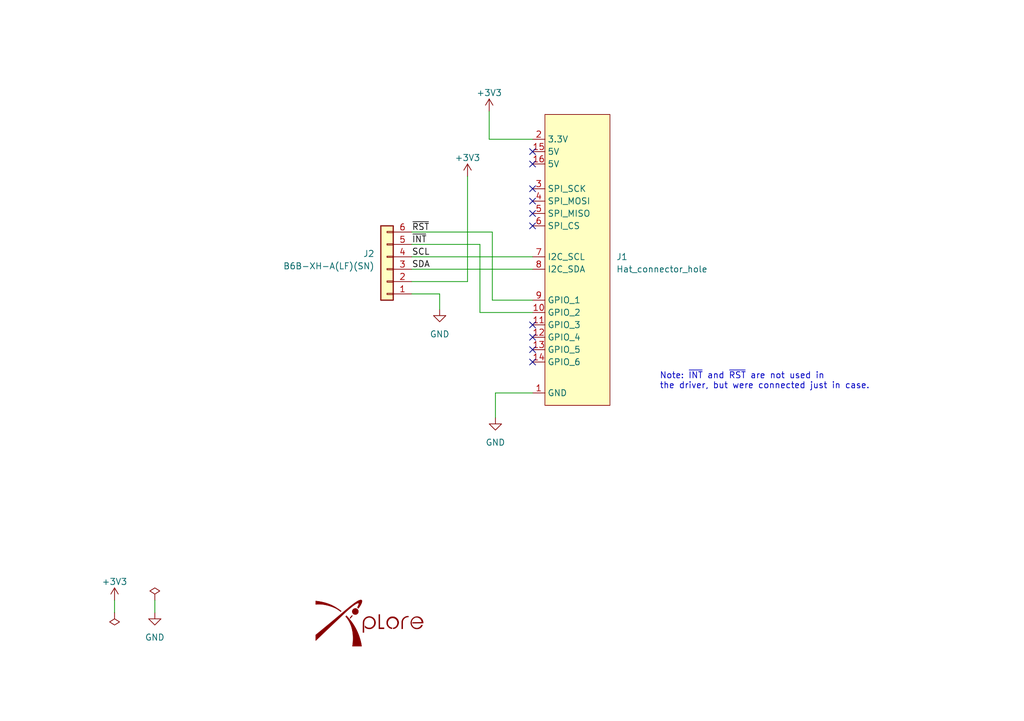
<source format=kicad_sch>
(kicad_sch (version 20230121) (generator eeschema)
  (paper "A5")
  (title_block (title "Spectrophotometer Interface Connector Hat") (date "2023-07-14") (company "EPFL Xplore") (comment 1 "Sensor: AS7265 Triad Spectroscopy Sensor") (comment 4 "Author: Vincent Nguyen"))
  (lib_symbols
    (symbol "0_connectors:Hat_connector_hole"
      (property "Reference" "J" (at 0 0 0))
      (property "Value" "Hat_connector_hole" (at 0 0 0))
      (symbol "Hat_connector_hole_0_0"
        (pin power_in line (at -8.89 -22.86 0) (length 2.54) (name "GND") (number "1"))
        (pin bidirectional line (at -8.89 -6.35 0) (length 2.54) (name "GPIO_2") (number "10"))
        (pin bidirectional line (at -8.89 -8.89 0) (length 2.54) (name "GPIO_3") (number "11"))
        (pin bidirectional line (at -8.89 -11.43 0) (length 2.54) (name "GPIO_4") (number "12"))
        (pin bidirectional line (at -8.89 -13.97 0) (length 2.54) (name "GPIO_5") (number "13"))
        (pin bidirectional line (at -8.89 -16.51 0) (length 2.54) (name "GPIO_6") (number "14"))
        (pin power_in line (at -8.89 26.67 0) (length 2.54) (name "5V") (number "15"))
        (pin power_in line (at -8.89 24.13 0) (length 2.54) (name "5V") (number "16"))
        (pin power_in line (at -8.89 29.21 0) (length 2.54) (name "3.3V") (number "2"))
        (pin output line (at -8.89 19.05 0) (length 2.54) (name "SPI_SCK") (number "3"))
        (pin output line (at -8.89 16.51 0) (length 2.54) (name "SPI_MOSI") (number "4"))
        (pin input line (at -8.89 13.97 0) (length 2.54) (name "SPI_MISO") (number "5"))
        (pin output line (at -8.89 11.43 0) (length 2.54) (name "SPI_CS") (number "6"))
        (pin output line (at -8.89 5.08 0) (length 2.54) (name "I2C_SCL") (number "7"))
        (pin bidirectional line (at -8.89 2.54 0) (length 2.54) (name "I2C_SDA") (number "8"))
        (pin bidirectional line (at -8.89 -3.81 0) (length 2.54) (name "GPIO_1") (number "9"))
      )
      (symbol "Hat_connector_hole_0_1"
        (rectangle (start -6.35 34.29) (end 6.985 -25.4) (fill (type background)))
      )
    )
    (symbol "0_graphic:Xplore_Logo" (pin_numbers hide) (pin_names (offset 0) hide) (in_bom no)
      (symbol "Xplore_Logo_0_0"
        (polyline (pts (xy 3.1897 2.6292) (xy 2.7649 2.6309) (xy 2.34 2.6325) (xy 2.3384 3.9813) (xy 2.3368 5.3302) (xy 2.1345 5.3302) (xy 2.1387 4.6049) (xy 2.1388 4.6004) (xy 2.1394 4.4854) (xy 2.1401 4.3599) (xy 2.1409 4.2262) (xy 2.1417 4.0865) (xy 2.1425 3.9432) (xy 2.1434 3.7985) (xy 2.1442 3.6548) (xy 2.145 3.5142) (xy 2.1457 3.3792) (xy 2.1465 3.252) (xy 2.1471 3.1349) (xy 2.1513 2.3902) (xy 3.1897 2.3902) (xy 3.1897 2.6292)) (stroke (width 0.01)) (fill (type outline)))
        (polyline (pts (xy -3.7161 4.5443) (xy -3.7063 4.5551) (xy -3.6898 4.5741) (xy -3.6676 4.6001) (xy -3.6407 4.632) (xy -3.6099 4.6687) (xy -3.5763 4.709) (xy -3.5406 4.7519) (xy -3.504 4.7961) (xy -3.4672 4.8407) (xy -3.4313 4.8844) (xy -3.3971 4.9261) (xy -3.3657 4.9646) (xy -3.3378 4.999) (xy -3.3146 5.0279) (xy -3.2968 5.0504) (xy -3.2854 5.0652) (xy -3.2815 5.0713) (xy -3.2828 5.0737) (xy -3.2928 5.082) (xy -3.3105 5.0936) (xy -3.3333 5.1067) (xy -3.3851 5.1349) (xy -3.5627 4.9218) (xy -3.5807 4.9002) (xy -3.619 4.8541) (xy -3.6555 4.8104) (xy -3.6889 4.7702) (xy -3.7183 4.7349) (xy -3.7426 4.7056) (xy -3.7607 4.6838) (xy -3.7716 4.6706) (xy -3.803 4.6324) (xy -3.7629 4.5872) (xy -3.753 4.5762) (xy -3.7366 4.5586) (xy -3.7244 4.5466) (xy -3.7186 4.5422) (xy -3.7161 4.5443)) (stroke (width 0.01)) (fill (type outline)))
        (polyline (pts (xy -2.6601 5.3171) (xy -2.6296 5.3188) (xy -2.6161 5.3202) (xy -2.5301 5.3364) (xy -2.4483 5.3642) (xy -2.3717 5.4027) (xy -2.3013 5.451) (xy -2.238 5.5082) (xy -2.1828 5.5735) (xy -2.1367 5.6461) (xy -2.1007 5.725) (xy -2.0757 5.8093) (xy -2.0742 5.8164) (xy -2.0672 5.8628) (xy -2.0631 5.9145) (xy -2.0621 5.9671) (xy -2.0642 6.0161) (xy -2.0696 6.0571) (xy -2.0867 6.1255) (xy -2.1191 6.2102) (xy -2.162 6.2883) (xy -2.2149 6.3591) (xy -2.2773 6.4217) (xy -2.3484 6.4754) (xy -2.4278 6.5194) (xy -2.4563 6.5319) (xy -2.5389 6.5586) (xy -2.6242 6.5735) (xy -2.7106 6.5766) (xy -2.7968 6.5682) (xy -2.881 6.5482) (xy -2.9617 6.5169) (xy -3.0376 6.4742) (xy -3.0652 6.4548) (xy -3.1295 6.3999) (xy -3.1867 6.3371) (xy -3.2348 6.2686) (xy -3.2719 6.1966) (xy -3.2969 6.1273) (xy -3.3161 6.0407) (xy -3.3231 5.9533) (xy -3.3179 5.8662) (xy -3.3007 5.7805) (xy -3.2717 5.6975) (xy -3.231 5.6182) (xy -3.1789 5.5438) (xy -3.1292 5.4899) (xy -3.0634 5.4352) (xy -2.9903 5.3898) (xy -2.9118 5.3547) (xy -2.8295 5.3306) (xy -2.7452 5.3185) (xy -2.7337 5.3178) (xy -2.6969 5.3168) (xy -2.6601 5.3171)) (stroke (width 0.01)) (fill (type outline)))
        (polyline (pts (xy 7.0166 3.1284) (xy 7.0166 3.1604) (xy 7.017 3.2704) (xy 7.0173 3.3684) (xy 7.0176 3.4552) (xy 7.0179 3.5316) (xy 7.0182 3.5983) (xy 7.0186 3.656) (xy 7.0191 3.7056) (xy 7.0196 3.7477) (xy 7.0203 3.7832) (xy 7.021 3.8128) (xy 7.0219 3.8372) (xy 7.0229 3.8572) (xy 7.024 3.8735) (xy 7.0253 3.887) (xy 7.0268 3.8984) (xy 7.0285 3.9083) (xy 7.0304 3.9177) (xy 7.0326 3.9272) (xy 7.0347 3.9362) (xy 7.066 4.0483) (xy 7.1054 4.1515) (xy 7.1538 4.2477) (xy 7.2122 4.3385) (xy 7.2815 4.4257) (xy 7.3629 4.5109) (xy 7.407 4.5518) (xy 7.496 4.6236) (xy 7.5884 4.6836) (xy 7.6856 4.7327) (xy 7.7891 4.7716) (xy 7.9001 4.801) (xy 7.901 4.8012) (xy 7.9357 4.8074) (xy 7.9759 4.8121) (xy 8.0241 4.8155) (xy 8.0826 4.8178) (xy 8.2038 4.8214) (xy 8.2038 4.9867) (xy 8.1608 4.9913) (xy 8.1346 4.9931) (xy 8.082 4.9929) (xy 8.0217 4.9886) (xy 7.9567 4.9808) (xy 7.8899 4.9698) (xy 7.8241 4.9559) (xy 7.7622 4.9396) (xy 7.7299 4.9297) (xy 7.6047 4.8833) (xy 7.4871 4.8271) (xy 7.3776 4.7615) (xy 7.2766 4.687) (xy 7.1845 4.6041) (xy 7.1016 4.5131) (xy 7.0284 4.4146) (xy 6.9653 4.309) (xy 6.9126 4.1969) (xy 6.8708 4.0786) (xy 6.8402 3.9547) (xy 6.8212 3.8256) (xy 6.8204 3.8131) (xy 6.8193 3.7858) (xy 6.8184 3.7466) (xy 6.8175 3.696) (xy 6.8168 3.6348) (xy 6.8161 3.5634) (xy 6.8156 3.4824) (xy 6.8151 3.3925) (xy 6.8148 3.2941) (xy 6.8146 3.1879) (xy 6.8146 2.3902) (xy 7.0145 2.3902) (xy 7.0166 3.1284)) (stroke (width 0.01)) (fill (type outline)))
        (polyline (pts (xy -1.407 -1.1458) (xy -1.409 -1.1348) (xy -1.4128 -1.113) (xy -1.4179 -1.0831) (xy -1.4238 -1.0475) (xy -1.4303 -1.0085) (xy -1.4692 -0.7867) (xy -1.5418 -0.4298) (xy -1.6266 -0.073) (xy -1.7232 0.2824) (xy -1.8312 0.6354) (xy -1.9504 0.9845) (xy -2.0802 1.3287) (xy -2.2204 1.6665) (xy -2.3155 1.8798) (xy -2.4799 2.2234) (xy -2.6546 2.5593) (xy -2.8399 2.8878) (xy -3.0357 3.209) (xy -3.2422 3.5231) (xy -3.4595 3.8302) (xy -3.6878 4.1306) (xy -3.9271 4.4243) (xy -4.1776 4.7117) (xy -4.4394 4.9928) (xy -4.5221 5.0787) (xy -4.5977 4.9968) (xy -4.6734 4.9148) (xy -4.6265 4.8624) (xy -4.5969 4.829) (xy -4.4979 4.7116) (xy -4.3986 4.5855) (xy -4.301 4.4534) (xy -4.2073 4.3184) (xy -4.1198 4.1833) (xy -4.0271 4.0294) (xy -3.8983 3.7947) (xy -3.7795 3.5522) (xy -3.6708 3.3019) (xy -3.5722 3.044) (xy -3.4838 2.7788) (xy -3.4057 2.5063) (xy -3.3378 2.2269) (xy -3.2803 1.9406) (xy -3.2331 1.6476) (xy -3.1964 1.3482) (xy -3.1701 1.0425) (xy -3.1543 0.7307) (xy -3.1491 0.413) (xy -3.1491 0.3827) (xy -3.1512 0.2254) (xy -3.1561 0.0655) (xy -3.1636 -0.0951) (xy -3.1737 -0.2548) (xy -3.1862 -0.4118) (xy -3.2008 -0.5645) (xy -3.2176 -0.7112) (xy -3.2362 -0.8502) (xy -3.2567 -0.9797) (xy -3.2788 -1.0981) (xy -3.282 -1.1137) (xy -3.2867 -1.1373) (xy -3.2899 -1.1541) (xy -3.2912 -1.1611) (xy -3.2911 -1.1611) (xy -3.2843 -1.1614) (xy -3.2652 -1.1617) (xy -3.2347 -1.1619) (xy -3.1934 -1.1622) (xy -3.1421 -1.1624) (xy -3.0815 -1.1626) (xy -3.0123 -1.1629) (xy -2.9352 -1.163) (xy -2.851 -1.1632) (xy -2.7603 -1.1633) (xy -2.6638 -1.1634) (xy -2.5624 -1.1635) (xy -2.4566 -1.1636) (xy -1.4034 -1.1636) (xy -1.407 -1.1458)) (stroke (width 0.01)) (fill (type outline)))
        (polyline (pts (xy -5.6886 5.9265) (xy -5.6883 5.9267) (xy -5.6759 5.937) (xy -5.6589 5.9522) (xy -5.6398 5.97) (xy -5.6207 5.9882) (xy -5.6042 6.0044) (xy -5.5926 6.0165) (xy -5.5882 6.0222) (xy -5.5896 6.0243) (xy -5.5989 6.0332) (xy -5.615 6.0468) (xy -5.6357 6.0633) (xy -5.6643 6.0853) (xy -5.9454 6.2946) (xy -6.227 6.4913) (xy -6.5097 6.6757) (xy -6.794 6.8479) (xy -7.0804 7.0083) (xy -7.3693 7.1571) (xy -7.6614 7.2946) (xy -7.957 7.4209) (xy -8.2568 7.5365) (xy -8.5611 7.6416) (xy -8.8706 7.7363) (xy -8.8733 7.7371) (xy -9.0456 7.7848) (xy -9.2195 7.8296) (xy -9.3965 7.8716) (xy -9.5779 7.9112) (xy -9.7652 7.9487) (xy -9.9598 7.9842) (xy -10.1631 8.0182) (xy -10.3764 8.0509) (xy -10.6013 8.0825) (xy -10.6184 8.0848) (xy -10.6659 8.0912) (xy -10.709 8.0969) (xy -10.746 8.1017) (xy -10.7751 8.1054) (xy -10.7947 8.1078) (xy -10.8032 8.1086) (xy -10.8046 8.1079) (xy -10.8064 8.1039) (xy -10.8079 8.0955) (xy -10.8091 8.0817) (xy -10.8101 8.0617) (xy -10.8109 8.0343) (xy -10.8114 7.9988) (xy -10.8119 7.9541) (xy -10.8121 7.8993) (xy -10.8122 7.8335) (xy -10.8123 7.7557) (xy -10.8123 7.4029) (xy -10.7913 7.4066) (xy -10.79 7.4068) (xy -10.769 7.41) (xy -10.7379 7.414) (xy -10.6992 7.4187) (xy -10.6554 7.4237) (xy -10.6089 7.4288) (xy -10.5624 7.4336) (xy -10.5183 7.4379) (xy -10.4978 7.4395) (xy -10.4522 7.442) (xy -10.3967 7.4439) (xy -10.3334 7.4453) (xy -10.2641 7.4461) (xy -10.1908 7.4464) (xy -10.1155 7.4462) (xy -10.0401 7.4455) (xy -9.9666 7.4442) (xy -9.8969 7.4425) (xy -9.8331 7.4402) (xy -9.777 7.4375) (xy -9.7306 7.4343) (xy -9.5199 7.4138) (xy -9.2536 7.3792) (xy -8.9856 7.335) (xy -8.7152 7.2809) (xy -8.4416 7.2167) (xy -8.164 7.1422) (xy -7.8818 7.0573) (xy -7.5942 6.9618) (xy -7.3005 6.8555) (xy -7.143 6.7936) (xy -6.8993 6.6865) (xy -6.6619 6.5681) (xy -6.431 6.4386) (xy -6.2069 6.2981) (xy -5.9895 6.1466) (xy -5.779 5.9843) (xy -5.7601 5.969) (xy -5.7339 5.9485) (xy -5.7151 5.9349) (xy -5.7023 5.9274) (xy -5.6939 5.9249) (xy -5.6886 5.9265)) (stroke (width 0.01)) (fill (type outline)))
        (polyline (pts (xy -1.0281 1.6388) (xy -1.0096 1.6395) (xy -0.9775 1.641) (xy -0.9516 1.6424) (xy -0.9339 1.6437) (xy -0.9269 1.6447) (xy -0.9266 1.6499) (xy -0.9263 1.6674) (xy -0.9259 1.6966) (xy -0.9255 1.7367) (xy -0.925 1.7871) (xy -0.9245 1.8471) (xy -0.924 1.9161) (xy -0.9235 1.9933) (xy -0.923 2.0781) (xy -0.9224 2.1699) (xy -0.9219 2.2678) (xy -0.9214 2.3713) (xy -0.9208 2.4797) (xy -0.9203 2.5922) (xy -0.9198 2.7083) (xy -0.9153 3.7697) (xy -0.8987 3.8376) (xy -0.8776 3.9144) (xy -0.8392 4.024) (xy -0.7927 4.1284) (xy -0.739 4.226) (xy -0.6788 4.3157) (xy -0.613 4.3958) (xy -0.5423 4.4651) (xy -0.5308 4.475) (xy -0.4368 4.5472) (xy -0.3388 4.6071) (xy -0.2364 4.6551) (xy -0.129 4.6913) (xy -0.016 4.716) (xy 0.103 4.7294) (xy 0.1609 4.7318) (xy 0.2774 4.7281) (xy 0.3886 4.7126) (xy 0.4948 4.6852) (xy 0.5963 4.646) (xy 0.6931 4.5947) (xy 0.7856 4.5313) (xy 0.874 4.4558) (xy 0.9443 4.3843) (xy 1.0178 4.2948) (xy 1.0796 4.2008) (xy 1.1304 4.1014) (xy 1.1705 3.9957) (xy 1.2005 3.8828) (xy 1.2018 3.876) (xy 1.208 3.8339) (xy 1.2126 3.7825) (xy 1.2154 3.7251) (xy 1.2166 3.6645) (xy 1.216 3.604) (xy 1.2137 3.5466) (xy 1.2096 3.4953) (xy 1.2037 3.4531) (xy 1.2022 3.4454) (xy 1.1759 3.3411) (xy 1.1385 3.2376) (xy 1.0913 3.1381) (xy 1.0356 3.0461) (xy 1.0336 3.0432) (xy 1.0079 3.0091) (xy 0.9746 2.9697) (xy 0.9362 2.9273) (xy 0.895 2.8845) (xy 0.8535 2.8437) (xy 0.8139 2.8074) (xy 0.7786 2.778) (xy 0.7297 2.7423) (xy 0.6335 2.6842) (xy 0.5319 2.6378) (xy 0.4249 2.6031) (xy 0.3128 2.5803) (xy 0.287 2.5771) (xy 0.2252 2.5729) (xy 0.158 2.5723) (xy 0.0898 2.5751) (xy 0.0252 2.5812) (xy -0.0313 2.5905) (xy -0.0686 2.5991) (xy -0.1559 2.6249) (xy -0.2447 2.6581) (xy -0.3314 2.697) (xy -0.4125 2.7402) (xy -0.4842 2.7861) (xy -0.4855 2.787) (xy -0.5193 2.813) (xy -0.5563 2.8445) (xy -0.5937 2.879) (xy -0.6287 2.9139) (xy -0.6587 2.9464) (xy -0.6809 2.9741) (xy -0.7033 3.0055) (xy -0.7051 2.8581) (xy -0.7068 2.7106) (xy -0.6631 2.6663) (xy -0.6488 2.6521) (xy -0.6013 2.6095) (xy -0.5523 2.5729) (xy -0.4988 2.5405) (xy -0.4381 2.5107) (xy -0.3673 2.4817) (xy -0.3105 2.4609) (xy -0.1752 2.4189) (xy -0.0441 2.389) (xy 0.0829 2.3713) (xy 0.2059 2.3656) (xy 0.325 2.3721) (xy 0.4403 2.3906) (xy 0.4742 2.3986) (xy 0.5775 2.4302) (xy 0.6813 2.4726) (xy 0.783 2.5244) (xy 0.8801 2.5843) (xy 0.9702 2.6512) (xy 0.9901 2.6681) (xy 1.0238 2.6985) (xy 1.0608 2.7336) (xy 1.0986 2.7707) (xy 1.1344 2.8073) (xy 1.1656 2.8407) (xy 1.1896 2.8684) (xy 1.2296 2.9203) (xy 1.2912 3.0147) (xy 1.3449 3.1155) (xy 1.389 3.2197) (xy 1.4222 3.3243) (xy 1.4368 3.3865) (xy 1.4563 3.5112) (xy 1.4636 3.6367) (xy 1.4588 3.7621) (xy 1.4421 3.8861) (xy 1.4136 4.0078) (xy 1.3735 4.1261) (xy 1.3221 4.2399) (xy 1.2593 4.348) (xy 1.2511 4.3605) (xy 1.1749 4.4635) (xy 1.09 4.5572) (xy 0.9969 4.6413) (xy 0.8963 4.7155) (xy 0.7889 4.7792) (xy 0.6753 4.8322) (xy 0.5562 4.8741) (xy 0.4321 4.9045) (xy 0.3037 4.9229) (xy 0.1826 4.9293) (xy 0.0534 4.9245) (xy -0.0724 4.9075) (xy -0.1941 4.8786) (xy -0.3114 4.8379) (xy -0.4237 4.7855) (xy -0.5306 4.7217) (xy -0.6317 4.6466) (xy -0.7264 4.5603) (xy -0.7443 4.542) (xy -0.8342 4.442) (xy -0.9114 4.3402) (xy -0.9761 4.2365) (xy -1.0284 4.1305) (xy -1.0686 4.0219) (xy -1.0967 3.9104) (xy -1.113 3.7956) (xy -1.1132 3.7926) (xy -1.114 3.7742) (xy -1.1148 3.7438) (xy -1.1156 3.7019) (xy -1.1163 3.6493) (xy -1.1171 3.5866) (xy -1.1179 3.5145) (xy -1.1187 3.4337) (xy -1.1194 3.3449) (xy -1.1201 3.2486) (xy -1.1208 3.1457) (xy -1.1214 3.0366) (xy -1.122 2.9222) (xy -1.1225 2.8031) (xy -1.123 2.6798) (xy -1.1267 1.6352) (xy -1.0281 1.6388)) (stroke (width 0.01)) (fill (type outline)))
        (polyline (pts (xy 5.1056 2.4032) (xy 5.1481 2.4065) (xy 5.1982 2.4138) (xy 5.2524 2.4244) (xy 5.307 2.4374) (xy 5.3584 2.4522) (xy 5.4031 2.4679) (xy 5.4234 2.4762) (xy 5.5179 2.5217) (xy 5.6111 2.5771) (xy 5.7008 2.6407) (xy 5.7845 2.7106) (xy 5.86 2.7853) (xy 5.9249 2.8628) (xy 5.99 2.9572) (xy 6.0558 3.0734) (xy 6.11 3.195) (xy 6.1524 3.3216) (xy 6.1828 3.4528) (xy 6.2011 3.5882) (xy 6.2039 3.6301) (xy 6.2028 3.7434) (xy 6.1895 3.8578) (xy 6.1641 3.9722) (xy 6.1268 4.0854) (xy 6.078 4.1962) (xy 6.076 4.2001) (xy 6.0492 4.2513) (xy 6.0226 4.297) (xy 5.9945 4.3396) (xy 5.9631 4.3811) (xy 5.9269 4.424) (xy 5.8839 4.4705) (xy 5.8327 4.5229) (xy 5.8057 4.5496) (xy 5.7543 4.5983) (xy 5.707 4.6393) (xy 5.6614 4.6746) (xy 5.615 4.706) (xy 5.5653 4.7354) (xy 5.5099 4.7645) (xy 5.4494 4.793) (xy 5.3695 4.8244) (xy 5.2887 4.8487) (xy 5.2047 4.8662) (xy 5.1155 4.8773) (xy 5.0187 4.8826) (xy 4.9122 4.8825) (xy 4.9001 4.8822) (xy 4.8509 4.8807) (xy 4.8113 4.8788) (xy 4.7783 4.8763) (xy 4.7492 4.8729) (xy 4.7212 4.8684) (xy 4.6915 4.8625) (xy 4.6265 4.8469) (xy 4.5097 4.809) (xy 4.399 4.7598) (xy 4.2947 4.6996) (xy 4.1972 4.6286) (xy 4.1831 4.6167) (xy 4.1496 4.5861) (xy 4.112 4.5495) (xy 4.0728 4.5093) (xy 4.0341 4.4679) (xy 3.9983 4.4278) (xy 3.9677 4.3913) (xy 3.9444 4.3609) (xy 3.8991 4.2906) (xy 3.8512 4.2016) (xy 3.8096 4.108) (xy 3.7761 4.0133) (xy 3.7522 3.9214) (xy 3.7482 3.9009) (xy 3.7367 3.8227) (xy 3.7292 3.7382) (xy 3.7259 3.6518) (xy 3.727 3.5682) (xy 3.7327 3.4919) (xy 3.7469 3.3985) (xy 3.7757 3.2793) (xy 3.8154 3.1651) (xy 3.8653 3.0564) (xy 3.9249 2.9539) (xy 3.9935 2.8582) (xy 4.0705 2.7699) (xy 4.1553 2.6897) (xy 4.2474 2.6182) (xy 4.346 2.5559) (xy 4.4505 2.5036) (xy 4.5604 2.4619) (xy 4.675 2.4314) (xy 4.7938 2.4127) (xy 4.8374 2.4081) (xy 4.8374 2.594) (xy 4.7753 2.6087) (xy 4.6806 2.6348) (xy 4.5869 2.6679) (xy 4.4989 2.7064) (xy 4.419 2.7493) (xy 4.3495 2.7955) (xy 4.3153 2.8222) (xy 4.2315 2.8987) (xy 4.1576 2.9832) (xy 4.0941 3.0752) (xy 4.0412 3.1743) (xy 3.9993 3.28) (xy 3.9686 3.3917) (xy 3.9648 3.4121) (xy 3.9596 3.455) (xy 3.9558 3.5051) (xy 3.9537 3.5589) (xy 3.9534 3.6128) (xy 3.9549 3.6633) (xy 3.9584 3.7068) (xy 3.9597 3.7175) (xy 3.9776 3.8178) (xy 4.0053 3.9186) (xy 4.0413 4.0159) (xy 4.0845 4.1057) (xy 4.1005 4.1338) (xy 4.1394 4.195) (xy 4.1823 4.2545) (xy 4.2271 4.3096) (xy 4.2719 4.3578) (xy 4.3145 4.3964) (xy 4.3534 4.4265) (xy 4.4423 4.4857) (xy 4.5357 4.5343) (xy 4.6356 4.5734) (xy 4.7439 4.604) (xy 4.7458 4.6045) (xy 4.7729 4.6106) (xy 4.7963 4.6152) (xy 4.8187 4.6184) (xy 4.8428 4.6204) (xy 4.8715 4.6216) (xy 4.9075 4.6221) (xy 4.9537 4.6222) (xy 4.9636 4.6222) (xy 5.01 4.6219) (xy 5.0467 4.621) (xy 5.0765 4.6194) (xy 5.1021 4.6168) (xy 5.1263 4.613) (xy 5.1517 4.6079) (xy 5.1822 4.6008) (xy 5.2789 4.5718) (xy 5.3725 4.5343) (xy 5.461 4.4893) (xy 5.5427 4.4377) (xy 5.6156 4.3807) (xy 5.6779 4.3193) (xy 5.6859 4.3102) (xy 5.759 4.2183) (xy 5.8206 4.1226) (xy 5.8713 4.0217) (xy 5.912 3.914) (xy 5.9434 3.7982) (xy 5.953 3.7407) (xy 5.9584 3.6711) (xy 5.9586 3.5978) (xy 5.9536 3.525) (xy 5.9433 3.457) (xy 5.9383 3.4335) (xy 5.9126 3.3368) (xy 5.8789 3.2398) (xy 5.8392 3.1481) (xy 5.8188 3.1072) (xy 5.7814 3.0396) (xy 5.7428 2.9808) (xy 5.7013 2.9282) (xy 5.6549 2.8793) (xy 5.6016 2.8314) (xy 5.5433 2.7838) (xy 5.4868 2.7411) (xy 5.4344 2.7059) (xy 5.3835 2.677) (xy 5.3321 2.6533) (xy 5.2777 2.6335) (xy 5.218 2.6166) (xy 5.1507 2.6012) (xy 5.0797 2.5863) (xy 5.0761 2.4031) (xy 5.0979 2.4031) (xy 5.1056 2.4032)) (stroke (width 0.01)) (fill (type outline)))
        (polyline (pts (xy -10.795 0) (xy -10.7948 0.0001) (xy -10.7878 0.0067) (xy -10.7719 0.0217) (xy -10.7476 0.0448) (xy -10.7154 0.0754) (xy -10.6758 0.1131) (xy -10.6291 0.1575) (xy -10.5759 0.2082) (xy -10.5166 0.2646) (xy -10.4517 0.3264) (xy -10.3816 0.3931) (xy -10.3069 0.4643) (xy -10.2279 0.5395) (xy -10.1452 0.6183) (xy -10.0591 0.7003) (xy -9.9703 0.7849) (xy -9.879 0.8719) (xy -9.8217 0.9265) (xy -9.6273 1.1117) (xy -9.4413 1.2889) (xy -9.2628 1.459) (xy -9.091 1.6226) (xy -8.9251 1.7806) (xy -8.7643 1.9337) (xy -8.6078 2.0827) (xy -8.4548 2.2283) (xy -8.3045 2.3713) (xy -8.1561 2.5125) (xy -8.0088 2.6527) (xy -7.8617 2.7925) (xy -7.7142 2.9328) (xy -7.5653 3.0744) (xy -7.4142 3.2179) (xy -7.2603 3.3642) (xy -7.1026 3.514) (xy -6.9404 3.6681) (xy -6.7728 3.8273) (xy -6.5991 3.9922) (xy -6.4185 4.1637) (xy -6.3625 4.2169) (xy -6.2546 4.3194) (xy -6.1482 4.4204) (xy -6.044 4.5194) (xy -5.9422 4.6161) (xy -5.8435 4.7099) (xy -5.7482 4.8004) (xy -5.6568 4.8873) (xy -5.5697 4.9701) (xy -5.4874 5.0482) (xy -5.4104 5.1214) (xy -5.3392 5.1892) (xy -5.2741 5.2511) (xy -5.2156 5.3068) (xy -5.1642 5.3556) (xy -5.1204 5.3974) (xy -5.0846 5.4315) (xy -5.0572 5.4576) (xy -5.0388 5.4753) (xy -5.0043 5.5083) (xy -4.7593 5.7401) (xy -4.521 5.9608) (xy -4.2893 6.1704) (xy -4.0642 6.369) (xy -3.8456 6.5565) (xy -3.6336 6.7329) (xy -3.5413 6.808) (xy -3.3918 6.9271) (xy -3.2487 7.0381) (xy -3.1121 7.1409) (xy -2.9821 7.2354) (xy -2.8591 7.3213) (xy -2.7432 7.3986) (xy -2.6345 7.4672) (xy -2.5334 7.527) (xy -2.4399 7.5777) (xy -2.3543 7.6194) (xy -2.2768 7.6518) (xy -2.2075 7.6748) (xy -2.1467 7.6884) (xy -2.1445 7.6887) (xy -2.0958 7.6912) (xy -2.0544 7.6832) (xy -2.0204 7.6646) (xy -1.994 7.6356) (xy -1.9895 7.6286) (xy -1.9833 7.6172) (xy -1.9795 7.6051) (xy -1.9774 7.5892) (xy -1.9767 7.5665) (xy -1.9767 7.534) (xy -1.9769 7.5215) (xy -1.9781 7.4867) (xy -1.981 7.4583) (xy -1.9864 7.4314) (xy -1.9949 7.4011) (xy -2.0118 7.3495) (xy -2.0375 7.2798) (xy -2.0693 7.2011) (xy -2.1074 7.1131) (xy -2.152 7.0153) (xy -2.2034 6.907) (xy -2.2103 6.8926) (xy -2.2273 6.8565) (xy -2.2416 6.8247) (xy -2.2526 6.7992) (xy -2.2594 6.7816) (xy -2.2612 6.7738) (xy -2.2574 6.7696) (xy -2.2451 6.7584) (xy -2.2261 6.7419) (xy -2.2023 6.7217) (xy -2.1754 6.6993) (xy -2.1474 6.6762) (xy -2.1201 6.6539) (xy -2.0953 6.634) (xy -2.0748 6.6178) (xy -2.0604 6.607) (xy -2.0541 6.6031) (xy -2.0498 6.6074) (xy -2.0391 6.6211) (xy -2.023 6.6428) (xy -2.0024 6.6713) (xy -1.9785 6.7051) (xy -1.952 6.7428) (xy -1.9241 6.7831) (xy -1.8956 6.8246) (xy -1.8675 6.8659) (xy -1.8408 6.9056) (xy -1.8165 6.9423) (xy -1.788 6.9861) (xy -1.7023 7.1229) (xy -1.625 7.2545) (xy -1.5562 7.3805) (xy -1.496 7.5006) (xy -1.4446 7.6144) (xy -1.4021 7.7215) (xy -1.3688 7.8217) (xy -1.3448 7.9144) (xy -1.3302 7.9994) (xy -1.3252 8.0763) (xy -1.3258 8.1074) (xy -1.3306 8.1566) (xy -1.3409 8.1964) (xy -1.3576 8.2285) (xy -1.3813 8.2546) (xy -1.4129 8.2766) (xy -1.46 8.2974) (xy -1.5191 8.3106) (xy -1.5858 8.3139) (xy -1.6599 8.3071) (xy -1.741 8.2902) (xy -1.7639 8.2841) (xy -1.8188 8.2673) (xy -1.8752 8.2471) (xy -1.9354 8.2224) (xy -2.0017 8.1924) (xy -2.0764 8.1561) (xy -2.0887 8.15) (xy -2.1711 8.1069) (xy -2.258 8.0584) (xy -2.3496 8.0044) (xy -2.4462 7.9446) (xy -2.5481 7.8788) (xy -2.6557 7.8068) (xy -2.7692 7.7284) (xy -2.8889 7.6432) (xy -3.0153 7.5511) (xy -3.1484 7.452) (xy -3.2888 7.3454) (xy -3.4367 7.2313) (xy -3.5923 7.1094) (xy -3.7561 6.9794) (xy -3.9283 6.8412) (xy -4.1092 6.6945) (xy -4.2991 6.5392) (xy -4.301 6.5376) (xy -4.3283 6.5152) (xy -4.355 6.4933) (xy -4.3814 6.4715) (xy -4.4079 6.4496) (xy -4.4351 6.4272) (xy -4.4632 6.4039) (xy -4.4928 6.3794) (xy -4.5243 6.3533) (xy -4.558 6.3253) (xy -4.5945 6.295) (xy -4.6341 6.2621) (xy -4.6772 6.2261) (xy -4.7243 6.1868) (xy -4.7759 6.1438) (xy -4.8322 6.0968) (xy -4.8938 6.0453) (xy -4.9611 5.9891) (xy -5.0345 5.9278) (xy -5.1144 5.861) (xy -5.2012 5.7884) (xy -5.2955 5.7096) (xy -5.3975 5.6243) (xy -5.5077 5.5321) (xy -5.6265 5.4327) (xy -5.7545 5.3257) (xy -5.8919 5.2107) (xy -5.9795 5.1375) (xy -6.2363 4.9227) (xy -6.4842 4.7155) (xy -6.7239 4.5154) (xy -6.956 4.3216) (xy -7.1813 4.1338) (xy -7.4005 3.9512) (xy -7.6142 3.7733) (xy -7.8231 3.5996) (xy -8.028 3.4294) (xy -8.2295 3.2621) (xy -8.4284 3.0973) (xy -8.6252 2.9343) (xy -8.8208 2.7726) (xy -9.0158 2.6115) (xy -9.211 2.4505) (xy -9.4069 2.289) (xy -9.6043 2.1264) (xy -9.804 1.9622) (xy -10.0065 1.7958) (xy -10.2127 1.6266) (xy -10.4231 1.4541) (xy -10.8123 1.135) (xy -10.8123 -0.0157) (xy -10.795 0)) (stroke (width 0.01)) (fill (type outline)))
        (polyline (pts (xy 9.9818 2.3658) (xy 10.0333 2.3676) (xy 10.0791 2.3705) (xy 10.1156 2.3745) (xy 10.1744 2.3844) (xy 10.2961 2.414) (xy 10.4127 2.4544) (xy 10.5233 2.5053) (xy 10.6273 2.5662) (xy 10.7239 2.6366) (xy 10.8123 2.7161) (xy 10.8917 2.8042) (xy 10.9616 2.9004) (xy 10.9619 2.9008) (xy 10.9863 2.9404) (xy 11.0127 2.9865) (xy 11.0389 3.0347) (xy 11.0626 3.0807) (xy 11.0813 3.1204) (xy 11.097 3.1559) (xy 10.969 3.1527) (xy 10.9626 3.1525) (xy 10.9239 3.1513) (xy 10.8902 3.15) (xy 10.8633 3.1486) (xy 10.8455 3.1473) (xy 10.8385 3.1462) (xy 10.8351 3.1401) (xy 10.8273 3.1245) (xy 10.8162 3.1021) (xy 10.8031 3.0751) (xy 10.7749 3.0219) (xy 10.7171 2.9337) (xy 10.649 2.8523) (xy 10.5715 2.7789) (xy 10.4855 2.7146) (xy 10.4171 2.6715) (xy 10.3382 2.628) (xy 10.2624 2.594) (xy 10.1875 2.5688) (xy 10.1114 2.5517) (xy 10.0319 2.5419) (xy 9.9467 2.5388) (xy 9.8836 2.5404) (xy 9.7773 2.55) (xy 9.6727 2.5678) (xy 9.5717 2.5933) (xy 9.4765 2.6259) (xy 9.3889 2.6652) (xy 9.311 2.7105) (xy 9.2734 2.7373) (xy 9.201 2.7989) (xy 9.132 2.8707) (xy 9.0675 2.9508) (xy 9.0088 3.0375) (xy 8.9569 3.129) (xy 8.913 3.2235) (xy 8.8783 3.3192) (xy 8.8539 3.4144) (xy 8.8467 3.4543) (xy 8.8336 3.5726) (xy 8.8327 3.6903) (xy 8.8437 3.8066) (xy 8.8663 3.9205) (xy 8.9001 4.031) (xy 8.9449 4.1373) (xy 9.0002 4.2384) (xy 9.0659 4.3333) (xy 9.1415 4.4211) (xy 9.2268 4.5009) (xy 9.2549 4.5238) (xy 9.3373 4.5839) (xy 9.4233 4.6368) (xy 9.5106 4.6813) (xy 9.5969 4.7164) (xy 9.6802 4.7409) (xy 9.7382 4.7516) (xy 9.8289 4.7588) (xy 9.9238 4.7562) (xy 10.0213 4.7442) (xy 10.1194 4.7233) (xy 10.2163 4.6938) (xy 10.3101 4.6563) (xy 10.3988 4.6111) (xy 10.4808 4.5586) (xy 10.5153 4.5327) (xy 10.5994 4.4597) (xy 10.6764 4.3785) (xy 10.7452 4.2905) (xy 10.805 4.1971) (xy 10.8547 4.0997) (xy 10.8934 3.9999) (xy 10.9202 3.899) (xy 10.922 3.8893) (xy 10.9264 3.8631) (xy 10.9306 3.8331) (xy 10.9345 3.802) (xy 10.9377 3.7726) (xy 10.9399 3.7477) (xy 10.9408 3.7301) (xy 10.9401 3.7224) (xy 10.938 3.7222) (xy 10.9246 3.7219) (xy 10.8995 3.7214) (xy 10.8635 3.7209) (xy 10.8175 3.7203) (xy 10.7622 3.7196) (xy 10.6985 3.7189) (xy 10.627 3.7182) (xy 10.5488 3.7174) (xy 10.4644 3.7166) (xy 10.3749 3.7158) (xy 10.2809 3.715) (xy 10.1832 3.7142) (xy 10.1633 3.7141) (xy 10.0612 3.7132) (xy 9.9598 3.7123) (xy 9.8604 3.7114) (xy 9.764 3.7105) (xy 9.6717 3.7096) (xy 9.5846 3.7087) (xy 9.5039 3.7078) (xy 9.4306 3.707) (xy 9.3658 3.7062) (xy 9.3106 3.7055) (xy 9.2662 3.7049) (xy 9.2336 3.7043) (xy 9.0389 3.7004) (xy 9.0422 3.6285) (xy 9.0435 3.6031) (xy 9.0451 3.5783) (xy 9.0466 3.561) (xy 9.0478 3.5538) (xy 9.0519 3.5536) (xy 9.0681 3.5535) (xy 9.096 3.5534) (xy 9.1347 3.5534) (xy 9.1835 3.5536) (xy 9.2418 3.5538) (xy 9.3088 3.5542) (xy 9.3838 3.5546) (xy 9.4659 3.5551) (xy 9.5546 3.5557) (xy 9.6491 3.5564) (xy 9.7485 3.5571) (xy 9.8523 3.5579) (xy 9.9597 3.5588) (xy 10.0143 3.5593) (xy 10.1246 3.5602) (xy 10.2331 3.561) (xy 10.3388 3.5619) (xy 10.4408 3.5626) (xy 10.5383 3.5634) (xy 10.6302 3.564) (xy 10.7156 3.5646) (xy 10.7937 3.5651) (xy 10.8635 3.5655) (xy 10.9241 3.5659) (xy 10.9745 3.5661) (xy 11.0138 3.5663) (xy 11.0412 3.5663) (xy 11.2132 3.5662) (xy 11.2172 3.5861) (xy 11.2184 3.5965) (xy 11.219 3.6218) (xy 11.2181 3.6558) (xy 11.2158 3.6958) (xy 11.2125 3.7395) (xy 11.2083 3.7842) (xy 11.2034 3.8275) (xy 11.198 3.8667) (xy 11.1923 3.8993) (xy 11.184 3.9373) (xy 11.1496 4.0572) (xy 11.1037 4.1714) (xy 11.0461 4.2805) (xy 11.0104 4.3372) (xy 10.9341 4.4411) (xy 10.8496 4.5357) (xy 10.7576 4.6204) (xy 10.6586 4.6951) (xy 10.5533 4.7593) (xy 10.4424 4.8126) (xy 10.3265 4.8548) (xy 10.2061 4.8853) (xy 10.082 4.9039) (xy 9.9548 4.9102) (xy 9.9278 4.9099) (xy 9.8027 4.9008) (xy 9.6795 4.8793) (xy 9.559 4.8457) (xy 9.4422 4.8005) (xy 9.3301 4.7441) (xy 9.2235 4.6769) (xy 9.1233 4.5992) (xy 9.0305 4.5115) (xy 8.9786 4.4542) (xy 8.9053 4.3599) (xy 8.8428 4.2603) (xy 8.7905 4.1547) (xy 8.7481 4.0421) (xy 8.7152 3.9216) (xy 8.6912 3.7924) (xy 8.6875 3.7615) (xy 8.6834 3.7002) (xy 8.6822 3.6326) (xy 8.6837 3.5624) (xy 8.688 3.4934) (xy 8.6948 3.4295) (xy 8.704 3.3746) (xy 8.71 3.3475) (xy 8.7452 3.2234) (xy 8.7917 3.1047) (xy 8.8492 2.992) (xy 8.9172 2.8862) (xy 8.9952 2.788) (xy 9.083 2.6979) (xy 9.1074 2.6759) (xy 9.2052 2.5986) (xy 9.3104 2.5311) (xy 9.4219 2.474) (xy 9.5383 2.428) (xy 9.6582 2.3936) (xy 9.7804 2.3714) (xy 9.7887 2.3704) (xy 9.8279 2.3675) (xy 9.8755 2.3657) (xy 9.928 2.3652) (xy 9.9818 2.3658)) (stroke (width 0.01)) (fill (type outline)))
      )
    )
    (symbol "Connector_Generic:Conn_01x06" (pin_names (offset 1.016) hide)
      (property "Reference" "J" (at 0 7.62 0))
      (property "Value" "Conn_01x06" (at 0 -10.16 0))
      (symbol "Conn_01x06_1_1"
        (rectangle (start -1.27 -7.493) (end 0 -7.747) (stroke (width 0.1524)))
        (rectangle (start -1.27 -4.953) (end 0 -5.207) (stroke (width 0.1524)))
        (rectangle (start -1.27 -2.413) (end 0 -2.667) (stroke (width 0.1524)))
        (rectangle (start -1.27 0.127) (end 0 -0.127) (stroke (width 0.1524)))
        (rectangle (start -1.27 2.667) (end 0 2.413) (stroke (width 0.1524)))
        (rectangle (start -1.27 5.207) (end 0 4.953) (stroke (width 0.1524)))
        (rectangle (start -1.27 6.35) (end 1.27 -8.89) (stroke (width 0.254)) (fill (type background)))
        (pin passive line (at -5.08 5.08 0) (length 3.81) (name "Pin_1") (number "1"))
        (pin passive line (at -5.08 2.54 0) (length 3.81) (name "Pin_2") (number "2"))
        (pin passive line (at -5.08 0 0) (length 3.81) (name "Pin_3") (number "3"))
        (pin passive line (at -5.08 -2.54 0) (length 3.81) (name "Pin_4") (number "4"))
        (pin passive line (at -5.08 -5.08 0) (length 3.81) (name "Pin_5") (number "5"))
        (pin passive line (at -5.08 -7.62 0) (length 3.81) (name "Pin_6") (number "6"))
      )
    )
    (symbol "power:+3V3" (power) (pin_names (offset 0))
      (property "Value" "+3V3" (at 0 3.556 0))
      (symbol "+3V3_0_1"
        (polyline (pts (xy -0.762 1.27) (xy 0 2.54)))
        (polyline (pts (xy 0 0) (xy 0 2.54)))
        (polyline (pts (xy 0 2.54) (xy 0.762 1.27)))
      )
      (symbol "+3V3_1_1"
        (pin power_in line (at 0 0 90) (length 0) hide (name "+3V3") (number "1"))
      )
    )
    (symbol "power:GND" (power) (pin_names (offset 0))
      (property "Value" "GND" (at 0 -3.81 0))
      (symbol "GND_0_1"
        (polyline (pts (xy 0 0) (xy 0 -1.27) (xy 1.27 -1.27) (xy 0 -2.54) (xy -1.27 -1.27) (xy 0 -1.27)))
      )
      (symbol "GND_1_1"
        (pin power_in line (at 0 0 270) (length 0) hide (name "GND") (number "1"))
      )
    )
    (symbol "power:PWR_FLAG" (power) (pin_numbers hide) (pin_names (offset 0) hide)
      (property "Value" "PWR_FLAG" (at 0 3.81 0))
      (symbol "PWR_FLAG_0_0"
        (pin power_out line (at 0 0 90) (length 0) (name "pwr") (number "1"))
      )
      (symbol "PWR_FLAG_0_1"
        (polyline (pts (xy 0 0) (xy 0 1.27) (xy -1.016 1.905) (xy 0 2.54) (xy 1.016 1.905) (xy 0 1.27)))
      )
    )
  )
  (no_connect (at 109.22 38.735))
  (no_connect (at 109.22 71.755))
  (no_connect (at 109.22 46.355))
  (no_connect (at 109.22 74.295))
  (no_connect (at 109.22 66.675))
  (no_connect (at 109.22 43.815))
  (no_connect (at 109.22 41.275))
  (no_connect (at 109.22 31.115))
  (no_connect (at 109.22 33.655))
  (no_connect (at 109.22 69.215))
  (wire (pts (xy 95.885 57.785) (xy 84.455 57.785)))
  (wire (pts (xy 90.17 63.5) (xy 90.17 60.325)))
  (wire (pts (xy 109.22 80.645) (xy 101.6 80.645)))
  (wire (pts (xy 98.425 50.165) (xy 98.425 64.135)))
  (wire (pts (xy 100.965 47.625) (xy 100.965 61.595)))
  (wire (pts (xy 23.495 125.73) (xy 23.495 123.19)))
  (wire (pts (xy 31.75 125.73) (xy 31.75 123.19)))
  (wire (pts (xy 98.425 64.135) (xy 109.22 64.135)))
  (wire (pts (xy 101.6 80.645) (xy 101.6 85.725)))
  (wire (pts (xy 84.455 52.705) (xy 109.22 52.705)))
  (wire (pts (xy 90.17 60.325) (xy 84.455 60.325)))
  (wire (pts (xy 84.455 55.245) (xy 109.22 55.245)))
  (wire (pts (xy 84.455 47.625) (xy 100.965 47.625)))
  (wire (pts (xy 100.33 22.86) (xy 100.33 28.575)))
  (wire (pts (xy 100.965 61.595) (xy 109.22 61.595)))
  (wire (pts (xy 100.33 28.575) (xy 109.22 28.575)))
  (wire (pts (xy 84.455 50.165) (xy 98.425 50.165)))
  (wire (pts (xy 95.885 36.195) (xy 95.885 57.785)))
  (text "Note: ~{INT} and ~{RST} are not used in \nthe driver, but were connected just in case." (at 135.255 80.01 0) (effects (font (size 1.27 1.27)) (justify left bottom)))
  (label "SCL" (at 84.455 52.705 0))
  (label "~{RST}" (at 84.455 47.625 0))
  (label "SDA" (at 84.455 55.245 0))
  (label "~{INT}" (at 84.455 50.165 0))
  (symbol (lib_id "power:+3V3") (at 95.885 36.195 0) (unit 1)
    (property "Reference" "#PWR02" (effects hide))
    (property "Value" "+3V3" (at 95.885 32.385 0))
  )
  (symbol (lib_id "power:GND") (at 101.6 85.725 0) (unit 1)
    (property "Reference" "#PWR03" (effects hide))
    (property "Value" "GND" (at 101.6 90.805 0))
  )
  (symbol (lib_id "power:GND") (at 31.75 125.73 0) (unit 1)
    (property "Reference" "#PWR06" (effects hide))
    (property "Value" "GND" (at 31.75 130.81 0))
  )
  (symbol (lib_id "power:PWR_FLAG") (at 23.495 125.73 180) (unit 1)
    (property "Reference" "#FLG01" (effects hide))
    (property "Value" "PWR_FLAG" (effects hide))
  )
  (symbol (lib_id "power:+3V3") (at 100.33 22.86 0) (unit 1)
    (property "Reference" "#PWR04" (effects hide))
    (property "Value" "+3V3" (at 100.33 19.05 0))
  )
  (symbol (lib_id "power:+3V3") (at 23.495 123.19 0) (unit 1)
    (property "Reference" "#PWR05" (effects hide))
    (property "Value" "+3V3" (at 23.495 119.38 0))
  )
  (symbol (lib_id "0_connectors:Hat_connector_hole") (at 118.11 57.785 0) (unit 1)
    (property "Reference" "J1" (at 126.365 52.705 0) (effects (justify left)))
    (property "Value" "Hat_connector_hole" (at 126.365 55.245 0) (effects (justify left)))
    (property "Footprint" "0_connectors:Hat_connector_hole" (effects hide))
  )
  (symbol (lib_id "0_graphic:Xplore_Logo") (at 75.565 131.445 0) (unit 1) (in_bom no)
    (property "Reference" "G1" (effects hide))
    (property "Value" "Xplore_Logo" (effects hide))
    (property "Footprint" "0_graphic:Xplore_Logo_X_only_20mm" (effects hide))
  )
  (symbol (lib_id "power:GND") (at 90.17 63.5 0) (unit 1)
    (property "Reference" "#PWR01" (effects hide))
    (property "Value" "GND" (at 90.17 68.58 0))
  )
  (symbol (lib_id "power:PWR_FLAG") (at 31.75 123.19 0) (unit 1)
    (property "Reference" "#FLG02" (effects hide))
    (property "Value" "PWR_FLAG" (effects hide))
  )
  (symbol (lib_id "Connector_Generic:Conn_01x06") (at 79.375 55.245 180) (unit 1)
    (property "Reference" "J2" (at 76.835 52.07 0) (effects (justify left)))
    (property "Value" "B6B-XH-A(LF)(SN)" (at 76.835 54.61 0) (effects (justify left)))
    (property "Footprint" "Connector_JST:JST_XH_B6B-XH-A_1x06_P2.50mm_Vertical" (effects hide))
    (property "Datasheet" "https://www.jst-mfg.com/product/pdf/eng/eXH.pdf" (effects hide))
    (property "Manufacturer ref" "B6B-XH-A(LF)(SN)" (effects hide))
    (property "Digikey ref" "455-2271-ND" (effects hide))
  )
)
</source>
